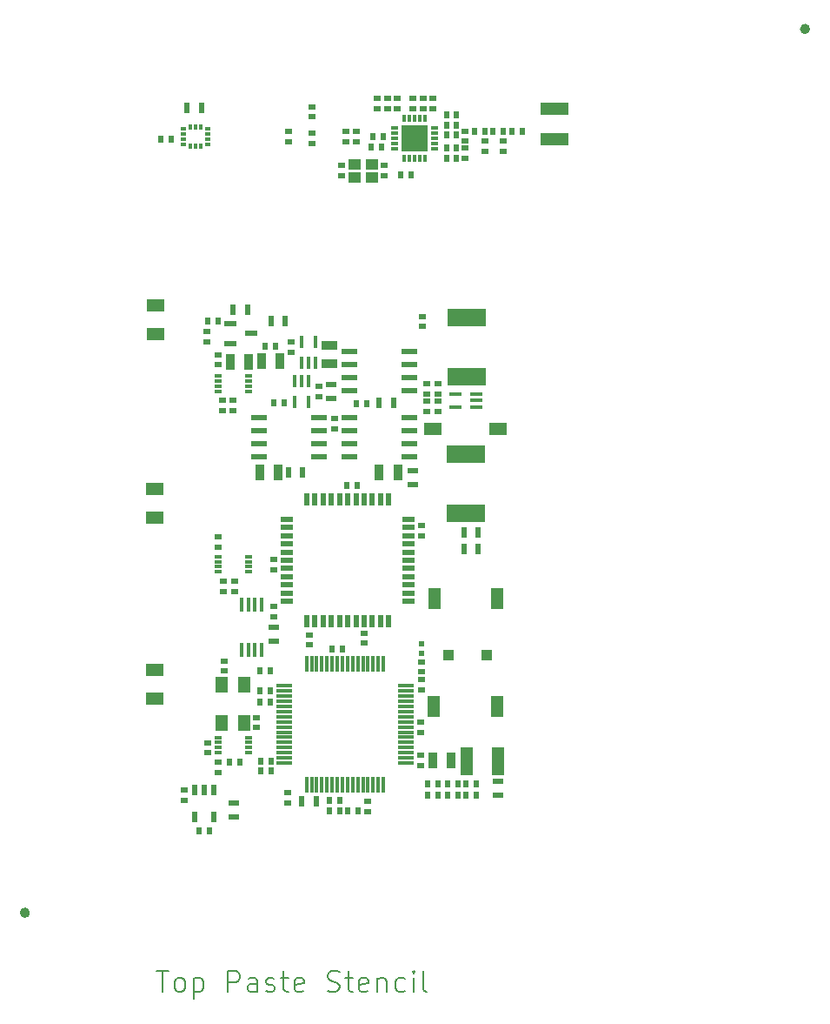
<source format=gbr>
%TF.GenerationSoftware,KiCad,Pcbnew,8.0.2*%
%TF.CreationDate,2024-10-13T20:58:57-05:00*%
%TF.ProjectId,PM1C_Rev_1_2,504d3143-5f52-4657-965f-315f322e6b69,1*%
%TF.SameCoordinates,PX297003ePY8770cd2*%
%TF.FileFunction,Paste,Top*%
%TF.FilePolarity,Positive*%
%FSLAX46Y46*%
G04 Gerber Fmt 4.6, Leading zero omitted, Abs format (unit mm)*
G04 Created by KiCad (PCBNEW 8.0.2) date 2024-10-13 20:58:57*
%MOMM*%
%LPD*%
G01*
G04 APERTURE LIST*
%ADD10C,0.200000*%
%ADD11C,0.500000*%
%ADD12R,0.750000X0.500000*%
%ADD13R,0.400000X1.150000*%
%ADD14R,0.300000X1.500000*%
%ADD15R,1.500000X0.300000*%
%ADD16R,0.500000X0.750000*%
%ADD17R,1.000000X0.600000*%
%ADD18R,0.950000X1.550000*%
%ADD19R,0.600000X1.000000*%
%ADD20R,1.800000X1.200000*%
%ADD21R,1.150000X0.400000*%
%ADD22R,1.150000X2.700000*%
%ADD23R,1.250000X1.600000*%
%ADD24R,0.750000X0.300000*%
%ADD25R,2.700000X1.150000*%
%ADD26R,1.500000X0.600000*%
%ADD27R,3.800000X1.700000*%
%ADD28R,1.200000X1.000000*%
%ADD29R,1.550000X0.950000*%
%ADD30R,0.730000X0.300000*%
%ADD31R,0.300000X0.730000*%
%ADD32R,2.500000X2.500000*%
%ADD33R,1.200000X0.500000*%
%ADD34R,0.500000X1.200000*%
%ADD35R,1.150000X2.100000*%
%ADD36R,0.600000X0.500000*%
%ADD37R,1.300000X0.600000*%
%ADD38R,1.100000X1.100000*%
%ADD39R,0.533400X0.304800*%
%ADD40R,0.304800X0.533400*%
%ADD41R,0.450000X1.400000*%
G04 APERTURE END LIST*
D10*
X16836654Y-1695138D02*
X17979511Y-1695138D01*
X17408082Y-3695138D02*
X17408082Y-1695138D01*
X18931892Y-3695138D02*
X18741416Y-3599900D01*
X18741416Y-3599900D02*
X18646178Y-3504661D01*
X18646178Y-3504661D02*
X18550940Y-3314185D01*
X18550940Y-3314185D02*
X18550940Y-2742757D01*
X18550940Y-2742757D02*
X18646178Y-2552280D01*
X18646178Y-2552280D02*
X18741416Y-2457042D01*
X18741416Y-2457042D02*
X18931892Y-2361804D01*
X18931892Y-2361804D02*
X19217607Y-2361804D01*
X19217607Y-2361804D02*
X19408083Y-2457042D01*
X19408083Y-2457042D02*
X19503321Y-2552280D01*
X19503321Y-2552280D02*
X19598559Y-2742757D01*
X19598559Y-2742757D02*
X19598559Y-3314185D01*
X19598559Y-3314185D02*
X19503321Y-3504661D01*
X19503321Y-3504661D02*
X19408083Y-3599900D01*
X19408083Y-3599900D02*
X19217607Y-3695138D01*
X19217607Y-3695138D02*
X18931892Y-3695138D01*
X20455702Y-2361804D02*
X20455702Y-4361804D01*
X20455702Y-2457042D02*
X20646178Y-2361804D01*
X20646178Y-2361804D02*
X21027131Y-2361804D01*
X21027131Y-2361804D02*
X21217607Y-2457042D01*
X21217607Y-2457042D02*
X21312845Y-2552280D01*
X21312845Y-2552280D02*
X21408083Y-2742757D01*
X21408083Y-2742757D02*
X21408083Y-3314185D01*
X21408083Y-3314185D02*
X21312845Y-3504661D01*
X21312845Y-3504661D02*
X21217607Y-3599900D01*
X21217607Y-3599900D02*
X21027131Y-3695138D01*
X21027131Y-3695138D02*
X20646178Y-3695138D01*
X20646178Y-3695138D02*
X20455702Y-3599900D01*
X23789036Y-3695138D02*
X23789036Y-1695138D01*
X23789036Y-1695138D02*
X24550941Y-1695138D01*
X24550941Y-1695138D02*
X24741417Y-1790376D01*
X24741417Y-1790376D02*
X24836655Y-1885614D01*
X24836655Y-1885614D02*
X24931893Y-2076090D01*
X24931893Y-2076090D02*
X24931893Y-2361804D01*
X24931893Y-2361804D02*
X24836655Y-2552280D01*
X24836655Y-2552280D02*
X24741417Y-2647519D01*
X24741417Y-2647519D02*
X24550941Y-2742757D01*
X24550941Y-2742757D02*
X23789036Y-2742757D01*
X26646179Y-3695138D02*
X26646179Y-2647519D01*
X26646179Y-2647519D02*
X26550941Y-2457042D01*
X26550941Y-2457042D02*
X26360465Y-2361804D01*
X26360465Y-2361804D02*
X25979512Y-2361804D01*
X25979512Y-2361804D02*
X25789036Y-2457042D01*
X26646179Y-3599900D02*
X26455703Y-3695138D01*
X26455703Y-3695138D02*
X25979512Y-3695138D01*
X25979512Y-3695138D02*
X25789036Y-3599900D01*
X25789036Y-3599900D02*
X25693798Y-3409423D01*
X25693798Y-3409423D02*
X25693798Y-3218947D01*
X25693798Y-3218947D02*
X25789036Y-3028471D01*
X25789036Y-3028471D02*
X25979512Y-2933233D01*
X25979512Y-2933233D02*
X26455703Y-2933233D01*
X26455703Y-2933233D02*
X26646179Y-2837995D01*
X27503322Y-3599900D02*
X27693798Y-3695138D01*
X27693798Y-3695138D02*
X28074750Y-3695138D01*
X28074750Y-3695138D02*
X28265227Y-3599900D01*
X28265227Y-3599900D02*
X28360465Y-3409423D01*
X28360465Y-3409423D02*
X28360465Y-3314185D01*
X28360465Y-3314185D02*
X28265227Y-3123709D01*
X28265227Y-3123709D02*
X28074750Y-3028471D01*
X28074750Y-3028471D02*
X27789036Y-3028471D01*
X27789036Y-3028471D02*
X27598560Y-2933233D01*
X27598560Y-2933233D02*
X27503322Y-2742757D01*
X27503322Y-2742757D02*
X27503322Y-2647519D01*
X27503322Y-2647519D02*
X27598560Y-2457042D01*
X27598560Y-2457042D02*
X27789036Y-2361804D01*
X27789036Y-2361804D02*
X28074750Y-2361804D01*
X28074750Y-2361804D02*
X28265227Y-2457042D01*
X28931894Y-2361804D02*
X29693798Y-2361804D01*
X29217608Y-1695138D02*
X29217608Y-3409423D01*
X29217608Y-3409423D02*
X29312846Y-3599900D01*
X29312846Y-3599900D02*
X29503322Y-3695138D01*
X29503322Y-3695138D02*
X29693798Y-3695138D01*
X31122370Y-3599900D02*
X30931894Y-3695138D01*
X30931894Y-3695138D02*
X30550941Y-3695138D01*
X30550941Y-3695138D02*
X30360465Y-3599900D01*
X30360465Y-3599900D02*
X30265227Y-3409423D01*
X30265227Y-3409423D02*
X30265227Y-2647519D01*
X30265227Y-2647519D02*
X30360465Y-2457042D01*
X30360465Y-2457042D02*
X30550941Y-2361804D01*
X30550941Y-2361804D02*
X30931894Y-2361804D01*
X30931894Y-2361804D02*
X31122370Y-2457042D01*
X31122370Y-2457042D02*
X31217608Y-2647519D01*
X31217608Y-2647519D02*
X31217608Y-2837995D01*
X31217608Y-2837995D02*
X30265227Y-3028471D01*
X33503323Y-3599900D02*
X33789037Y-3695138D01*
X33789037Y-3695138D02*
X34265228Y-3695138D01*
X34265228Y-3695138D02*
X34455704Y-3599900D01*
X34455704Y-3599900D02*
X34550942Y-3504661D01*
X34550942Y-3504661D02*
X34646180Y-3314185D01*
X34646180Y-3314185D02*
X34646180Y-3123709D01*
X34646180Y-3123709D02*
X34550942Y-2933233D01*
X34550942Y-2933233D02*
X34455704Y-2837995D01*
X34455704Y-2837995D02*
X34265228Y-2742757D01*
X34265228Y-2742757D02*
X33884275Y-2647519D01*
X33884275Y-2647519D02*
X33693799Y-2552280D01*
X33693799Y-2552280D02*
X33598561Y-2457042D01*
X33598561Y-2457042D02*
X33503323Y-2266566D01*
X33503323Y-2266566D02*
X33503323Y-2076090D01*
X33503323Y-2076090D02*
X33598561Y-1885614D01*
X33598561Y-1885614D02*
X33693799Y-1790376D01*
X33693799Y-1790376D02*
X33884275Y-1695138D01*
X33884275Y-1695138D02*
X34360466Y-1695138D01*
X34360466Y-1695138D02*
X34646180Y-1790376D01*
X35217609Y-2361804D02*
X35979513Y-2361804D01*
X35503323Y-1695138D02*
X35503323Y-3409423D01*
X35503323Y-3409423D02*
X35598561Y-3599900D01*
X35598561Y-3599900D02*
X35789037Y-3695138D01*
X35789037Y-3695138D02*
X35979513Y-3695138D01*
X37408085Y-3599900D02*
X37217609Y-3695138D01*
X37217609Y-3695138D02*
X36836656Y-3695138D01*
X36836656Y-3695138D02*
X36646180Y-3599900D01*
X36646180Y-3599900D02*
X36550942Y-3409423D01*
X36550942Y-3409423D02*
X36550942Y-2647519D01*
X36550942Y-2647519D02*
X36646180Y-2457042D01*
X36646180Y-2457042D02*
X36836656Y-2361804D01*
X36836656Y-2361804D02*
X37217609Y-2361804D01*
X37217609Y-2361804D02*
X37408085Y-2457042D01*
X37408085Y-2457042D02*
X37503323Y-2647519D01*
X37503323Y-2647519D02*
X37503323Y-2837995D01*
X37503323Y-2837995D02*
X36550942Y-3028471D01*
X38360466Y-2361804D02*
X38360466Y-3695138D01*
X38360466Y-2552280D02*
X38455704Y-2457042D01*
X38455704Y-2457042D02*
X38646180Y-2361804D01*
X38646180Y-2361804D02*
X38931895Y-2361804D01*
X38931895Y-2361804D02*
X39122371Y-2457042D01*
X39122371Y-2457042D02*
X39217609Y-2647519D01*
X39217609Y-2647519D02*
X39217609Y-3695138D01*
X41027133Y-3599900D02*
X40836657Y-3695138D01*
X40836657Y-3695138D02*
X40455704Y-3695138D01*
X40455704Y-3695138D02*
X40265228Y-3599900D01*
X40265228Y-3599900D02*
X40169990Y-3504661D01*
X40169990Y-3504661D02*
X40074752Y-3314185D01*
X40074752Y-3314185D02*
X40074752Y-2742757D01*
X40074752Y-2742757D02*
X40169990Y-2552280D01*
X40169990Y-2552280D02*
X40265228Y-2457042D01*
X40265228Y-2457042D02*
X40455704Y-2361804D01*
X40455704Y-2361804D02*
X40836657Y-2361804D01*
X40836657Y-2361804D02*
X41027133Y-2457042D01*
X41884276Y-3695138D02*
X41884276Y-2361804D01*
X41884276Y-1695138D02*
X41789038Y-1790376D01*
X41789038Y-1790376D02*
X41884276Y-1885614D01*
X41884276Y-1885614D02*
X41979514Y-1790376D01*
X41979514Y-1790376D02*
X41884276Y-1695138D01*
X41884276Y-1695138D02*
X41884276Y-1885614D01*
X43122371Y-3695138D02*
X42931895Y-3599900D01*
X42931895Y-3599900D02*
X42836657Y-3409423D01*
X42836657Y-3409423D02*
X42836657Y-1695138D01*
%TO.C,FID17*%
D11*
X4249590Y3991530D02*
G75*
G02*
X3749590Y3991530I-250000J0D01*
G01*
X3749590Y3991530D02*
G75*
G02*
X4249590Y3991530I250000J0D01*
G01*
%TO.C,FID8*%
X80249600Y89991540D02*
G75*
G02*
X79749600Y89991540I-250000J0D01*
G01*
X79749600Y89991540D02*
G75*
G02*
X80249600Y89991540I250000J0D01*
G01*
%TD*%
D12*
%TO.C,C97*%
X37427200Y14800350D03*
X37427200Y13800350D03*
%TD*%
D13*
%TO.C,U12*%
X31618160Y55715350D03*
X30968160Y55715350D03*
X30318160Y55715350D03*
X30318160Y53665350D03*
X31618160Y53665350D03*
%TD*%
D12*
%TO.C,C39*%
X34827200Y75690350D03*
X34827200Y76690350D03*
%TD*%
%TO.C,R85*%
X19502200Y14900350D03*
X19502200Y15900350D03*
%TD*%
%TO.C,FB4*%
X36247130Y79990190D03*
X36247130Y78990190D03*
%TD*%
D14*
%TO.C,U46*%
X31427200Y16415350D03*
X31927200Y16415350D03*
X32427200Y16415350D03*
X32927200Y16415350D03*
X33427200Y16415350D03*
X33927200Y16415350D03*
X34427200Y16415350D03*
X34927200Y16415350D03*
X35427200Y16415350D03*
X35927200Y16415350D03*
X36427200Y16415350D03*
X36927200Y16415350D03*
X37427200Y16415350D03*
X37927200Y16415350D03*
X38427200Y16415350D03*
X38927200Y16415350D03*
D15*
X41077200Y18565350D03*
X41077200Y19065350D03*
X41077200Y19565350D03*
X41077200Y20065350D03*
X41077200Y20565350D03*
X41077200Y21065350D03*
X41077200Y21565350D03*
X41077200Y22065350D03*
X41077200Y22565350D03*
X41077200Y23065350D03*
X41077200Y23565350D03*
X41077200Y24065350D03*
X41077200Y24565350D03*
X41077200Y25065350D03*
X41077200Y25565350D03*
X41077200Y26065350D03*
D14*
X38927200Y28215350D03*
X38427200Y28215350D03*
X37927200Y28215350D03*
X37427200Y28215350D03*
X36927200Y28215350D03*
X36427200Y28215350D03*
X35927200Y28215350D03*
X35427200Y28215350D03*
X34927200Y28215350D03*
X34427200Y28215350D03*
X33927200Y28215350D03*
X33427200Y28215350D03*
X32927200Y28215350D03*
X32427200Y28215350D03*
X31927200Y28215350D03*
X31427200Y28215350D03*
D15*
X29277200Y26065350D03*
X29277200Y25565350D03*
X29277200Y25065350D03*
X29277200Y24565350D03*
X29277200Y24065350D03*
X29277200Y23565350D03*
X29277200Y23065350D03*
X29277200Y22565350D03*
X29277200Y22065350D03*
X29277200Y21565350D03*
X29277200Y21065350D03*
X29277200Y20565350D03*
X29277200Y20065350D03*
X29277200Y19565350D03*
X29277200Y19065350D03*
X29277200Y18565350D03*
%TD*%
D16*
%TO.C,C28*%
X45052200Y77425350D03*
X46052200Y77425350D03*
%TD*%
%TO.C,C12*%
X35352210Y45540350D03*
X36352210Y45540350D03*
%TD*%
D12*
%TO.C,C21*%
X21754570Y59569794D03*
X21754570Y60569794D03*
%TD*%
D17*
%TO.C,C8*%
X28277200Y31790350D03*
X28277200Y30390350D03*
%TD*%
D18*
%TO.C,R25*%
X23984570Y57574794D03*
X25784570Y57574794D03*
%TD*%
D12*
%TO.C,FB1*%
X40302200Y83265350D03*
X40302200Y82265350D03*
%TD*%
D19*
%TO.C,R20*%
X27975070Y61540350D03*
X29375070Y61540350D03*
%TD*%
D16*
%TO.C,L5*%
X45052200Y78440350D03*
X46052200Y78440350D03*
%TD*%
%TO.C,C35*%
X38756418Y78537277D03*
X37756418Y78537277D03*
%TD*%
D20*
%TO.C,F2*%
X16739570Y60319794D03*
X16739570Y63119794D03*
%TD*%
D21*
%TO.C,U47*%
X47977200Y53190350D03*
X47977200Y53840350D03*
X47977200Y54490350D03*
X45927200Y54490350D03*
X45927200Y53190350D03*
%TD*%
D16*
%TO.C,C37*%
X41645000Y75840000D03*
X40645000Y75840000D03*
%TD*%
%TO.C,R112*%
X26969570Y17779794D03*
X27969570Y17779794D03*
%TD*%
D12*
%TO.C,C9*%
X42652210Y40690350D03*
X42652210Y41690350D03*
%TD*%
%TO.C,R120*%
X22834570Y58309794D03*
X22834570Y57309794D03*
%TD*%
%TO.C,R103*%
X29577200Y15659840D03*
X29577200Y14659840D03*
%TD*%
D22*
%TO.C,C44*%
X50052190Y18739950D03*
X47052200Y18739950D03*
%TD*%
D12*
%TO.C,C18*%
X32668160Y54190350D03*
X32668160Y55190350D03*
%TD*%
D19*
%TO.C,R16*%
X48154200Y41040350D03*
X46754200Y41040350D03*
%TD*%
D12*
%TO.C,R28*%
X42777200Y82240350D03*
X42777200Y83240350D03*
%TD*%
D23*
%TO.C,Y2*%
X25352200Y22490350D03*
X25352200Y26190350D03*
X23152200Y26190350D03*
X23152200Y22490350D03*
%TD*%
D24*
%TO.C,U49*%
X25827200Y37163350D03*
X25827200Y37663350D03*
X25827200Y38163350D03*
X25827200Y38663350D03*
X22827200Y38663350D03*
X22827200Y38163350D03*
X22827200Y37663350D03*
X22827200Y37163350D03*
%TD*%
D12*
%TO.C,C98*%
X23349570Y36259794D03*
X23349570Y35259794D03*
%TD*%
D25*
%TO.C,C25*%
X55577200Y79240360D03*
X55577200Y82240350D03*
%TD*%
D12*
%TO.C,C10*%
X37052200Y31215350D03*
X37052200Y30215350D03*
%TD*%
%TO.C,R102*%
X44252200Y53790350D03*
X44252200Y52790350D03*
%TD*%
D16*
%TO.C,C27*%
X51477200Y80065350D03*
X52477200Y80065350D03*
%TD*%
D12*
%TO.C,C96*%
X23259570Y53854794D03*
X23259570Y52854794D03*
%TD*%
D16*
%TO.C,C7*%
X18277200Y79240350D03*
X17277200Y79240350D03*
%TD*%
D12*
%TO.C,C26*%
X43760180Y82240350D03*
X43760180Y83240350D03*
%TD*%
D16*
%TO.C,C88*%
X34652200Y14915350D03*
X33652200Y14915350D03*
%TD*%
D12*
%TO.C,R101*%
X44252200Y55490350D03*
X44252200Y54490350D03*
%TD*%
D18*
%TO.C,C17*%
X28677200Y46840350D03*
X26877200Y46840350D03*
%TD*%
D19*
%TO.C,C92*%
X30977200Y14809840D03*
X32377200Y14809840D03*
%TD*%
D26*
%TO.C,U10*%
X32611510Y48385350D03*
X32611510Y49655350D03*
X32611510Y50925350D03*
X32611510Y52195350D03*
X26811510Y52195350D03*
X26811510Y50925350D03*
X26811510Y49655350D03*
X26811510Y48385350D03*
%TD*%
D27*
%TO.C,L8*%
X46977200Y48590350D03*
X46977200Y42890350D03*
%TD*%
D24*
%TO.C,U50*%
X25827200Y19561350D03*
X25827200Y20061350D03*
X25827200Y20561350D03*
X25827200Y21061350D03*
X22827200Y21061350D03*
X22827200Y20561350D03*
X22827200Y20061350D03*
X22827200Y19561350D03*
%TD*%
D19*
%TO.C,R24*%
X25677200Y62640350D03*
X24277200Y62640350D03*
%TD*%
D28*
%TO.C,Y1*%
X37777200Y76840350D03*
X36077200Y76840350D03*
X36077200Y75540350D03*
X37777200Y75540350D03*
%TD*%
D29*
%TO.C,R23*%
X33702200Y57390350D03*
X33702200Y59190350D03*
%TD*%
D12*
%TO.C,C89*%
X42527200Y21565360D03*
X42527200Y22565360D03*
%TD*%
%TO.C,R109*%
X42602200Y26665350D03*
X42602200Y25665350D03*
%TD*%
D16*
%TO.C,C29*%
X45055000Y79690000D03*
X46055000Y79690000D03*
%TD*%
D30*
%TO.C,U14*%
X40012200Y80340480D03*
X40012200Y79840480D03*
X40012200Y79340480D03*
X40012200Y78840480D03*
X40012200Y78340480D03*
D31*
X40977200Y77375480D03*
X41477200Y77375480D03*
X41977200Y77375480D03*
X42477200Y77375480D03*
X42977200Y77375480D03*
D30*
X43942200Y78340480D03*
X43942200Y78840480D03*
X43942200Y79340480D03*
X43942200Y79840480D03*
X43942200Y80340480D03*
D31*
X42977200Y81305480D03*
X42477200Y81305480D03*
X41977200Y81305480D03*
X41477200Y81305480D03*
X40977200Y81305480D03*
D32*
X41977200Y79340480D03*
%TD*%
D26*
%TO.C,U8*%
X41427200Y48380350D03*
X41427200Y49650350D03*
X41427200Y50920350D03*
X41427200Y52190350D03*
X35627200Y52190350D03*
X35627200Y50920350D03*
X35627200Y49650350D03*
X35627200Y48380350D03*
%TD*%
D17*
%TO.C,R32*%
X50052200Y16825350D03*
X50052200Y15425350D03*
%TD*%
D16*
%TO.C,R126*%
X47964970Y16499270D03*
X46964970Y16499270D03*
%TD*%
D19*
%TO.C,R37*%
X46752200Y39365350D03*
X48152200Y39365350D03*
%TD*%
D12*
%TO.C,C36*%
X46877200Y78390000D03*
X46877200Y77390000D03*
%TD*%
D16*
%TO.C,C20*%
X22814570Y61609794D03*
X21814570Y61609794D03*
%TD*%
D27*
%TO.C,L9*%
X47052200Y61890350D03*
X47052200Y56190350D03*
%TD*%
D12*
%TO.C,R111*%
X42602200Y27415350D03*
X42602200Y28415350D03*
%TD*%
%TO.C,R123*%
X24464570Y36254794D03*
X24464570Y35254794D03*
%TD*%
D16*
%TO.C,R127*%
X23959570Y18629794D03*
X24959570Y18629794D03*
%TD*%
D12*
%TO.C,C90*%
X43177200Y54490350D03*
X43177200Y55490350D03*
%TD*%
D16*
%TO.C,C15*%
X37317890Y53565360D03*
X36317890Y53565360D03*
%TD*%
D12*
%TO.C,C11*%
X28252200Y37390350D03*
X28252200Y38390350D03*
%TD*%
%TO.C,C91*%
X26580000Y22005000D03*
X26580000Y23005000D03*
%TD*%
D16*
%TO.C,C19*%
X28277200Y53640350D03*
X29277200Y53640350D03*
%TD*%
D12*
%TO.C,C23*%
X31993160Y82440350D03*
X31993160Y81440350D03*
%TD*%
D17*
%TO.C,R22*%
X33818160Y55415350D03*
X33818160Y54015350D03*
%TD*%
D16*
%TO.C,C22*%
X27427200Y59140350D03*
X28427200Y59140350D03*
%TD*%
D12*
%TO.C,R15*%
X28277200Y33790350D03*
X28277200Y32790350D03*
%TD*%
%TO.C,R17*%
X31702200Y31040350D03*
X31702200Y30040350D03*
%TD*%
%TO.C,C87*%
X23377200Y27507030D03*
X23377200Y28507030D03*
%TD*%
D16*
%TO.C,L3*%
X47777200Y80065350D03*
X48777200Y80065350D03*
%TD*%
D18*
%TO.C,R26*%
X27027200Y57715350D03*
X28827200Y57715350D03*
%TD*%
D12*
%TO.C,R105*%
X43177200Y52790350D03*
X43177200Y53790350D03*
%TD*%
D33*
%TO.C,U7*%
X41352210Y34290350D03*
X41352210Y35090350D03*
X41352210Y35890350D03*
X41352210Y36690350D03*
X41352210Y37490350D03*
X41352210Y38290350D03*
X41352210Y39090350D03*
X41352210Y39890350D03*
X41352210Y40690350D03*
X41352210Y41490350D03*
X41352210Y42290350D03*
D34*
X39452120Y44190430D03*
X38652120Y44190430D03*
X37852120Y44190430D03*
X37052120Y44190430D03*
X36252120Y44190430D03*
X35452120Y44190430D03*
X34652120Y44190430D03*
X33852120Y44190430D03*
X33052120Y44190430D03*
X32252120Y44190430D03*
X31452120Y44190430D03*
D33*
X29552200Y42290350D03*
X29552200Y41490350D03*
X29552200Y40690350D03*
X29552200Y39890350D03*
X29552200Y39090350D03*
X29552200Y38290350D03*
X29552200Y37490350D03*
X29552200Y36690350D03*
X29552200Y35890350D03*
X29552200Y35090350D03*
X29552200Y34290350D03*
D34*
X31452120Y32390430D03*
X32252120Y32390430D03*
X33052120Y32390430D03*
X33852120Y32390430D03*
X34652120Y32390430D03*
X35452120Y32390430D03*
X36252120Y32390430D03*
X37052120Y32390430D03*
X37852120Y32390430D03*
X38652120Y32390430D03*
X39452120Y32390430D03*
%TD*%
D12*
%TO.C,C32*%
X46877200Y79065350D03*
X46877200Y80065350D03*
%TD*%
D35*
%TO.C,L7*%
X50027200Y34590350D03*
X43877200Y34590350D03*
%TD*%
D36*
%TO.C,LED1*%
X42602200Y30165350D03*
X42602200Y29265350D03*
%TD*%
D16*
%TO.C,R114*%
X26902200Y27540350D03*
X27902200Y27540350D03*
%TD*%
D12*
%TO.C,C100*%
X22827200Y18636350D03*
X22827200Y17636350D03*
%TD*%
D17*
%TO.C,C77*%
X24377200Y13300350D03*
X24377200Y14700350D03*
%TD*%
D37*
%TO.C,U13*%
X23977200Y61315350D03*
X23977200Y59415350D03*
X26007200Y60365350D03*
%TD*%
D12*
%TO.C,R128*%
X21809570Y19539794D03*
X21809570Y20539794D03*
%TD*%
D18*
%TO.C,R100*%
X45502200Y18815350D03*
X43702200Y18815350D03*
%TD*%
D16*
%TO.C,R121*%
X35477200Y13900350D03*
X36477200Y13900350D03*
%TD*%
D19*
%TO.C,R14*%
X21177200Y82304700D03*
X19777200Y82304700D03*
%TD*%
D16*
%TO.C,L2*%
X45052200Y80640350D03*
X46052200Y80640350D03*
%TD*%
%TO.C,C101*%
X43242200Y16500340D03*
X44242200Y16500340D03*
%TD*%
%TO.C,R125*%
X46189970Y15424270D03*
X45189970Y15424270D03*
%TD*%
D12*
%TO.C,FB2*%
X39302200Y83265350D03*
X39302200Y82265350D03*
%TD*%
%TO.C,C31*%
X48777200Y79067420D03*
X48777200Y78067420D03*
%TD*%
%TO.C,R119*%
X24254570Y53854794D03*
X24254570Y52854794D03*
%TD*%
D38*
%TO.C,D2*%
X45252200Y29040350D03*
X48952200Y29040350D03*
%TD*%
D19*
%TO.C,R19*%
X39917890Y53590350D03*
X38517890Y53590350D03*
%TD*%
D16*
%TO.C,C85*%
X33927200Y29615350D03*
X34927200Y29615350D03*
%TD*%
D35*
%TO.C,L6*%
X43864930Y24079040D03*
X50014930Y24079040D03*
%TD*%
D16*
%TO.C,C95*%
X27919570Y25579794D03*
X26919570Y25579794D03*
%TD*%
D18*
%TO.C,C13*%
X38517890Y46860350D03*
X40317890Y46860350D03*
%TD*%
D12*
%TO.C,L1*%
X29695000Y78990350D03*
X29695000Y79990350D03*
%TD*%
%TO.C,C38*%
X39027200Y76690350D03*
X39027200Y75690350D03*
%TD*%
%TO.C,C16*%
X29927200Y59565350D03*
X29927200Y58565350D03*
%TD*%
D39*
%TO.C,U5*%
X21800700Y78764699D03*
X21800700Y79264700D03*
X21800700Y79764700D03*
X21800700Y80264701D03*
D40*
X21119599Y80441800D03*
X20619600Y80441800D03*
X20119601Y80441800D03*
D39*
X19438500Y80264701D03*
X19438500Y79764700D03*
X19438500Y79264700D03*
X19438500Y78764699D03*
D40*
X20119601Y78587600D03*
X20619600Y78587600D03*
X21119599Y78587600D03*
%TD*%
D26*
%TO.C,U9*%
X41427200Y54835350D03*
X41427200Y56105350D03*
X41427200Y57375350D03*
X41427200Y58645350D03*
X35627200Y58645350D03*
X35627200Y57375350D03*
X35627200Y56105350D03*
X35627200Y54835350D03*
%TD*%
D12*
%TO.C,FB3*%
X38302200Y83265350D03*
X38302200Y82265350D03*
%TD*%
D20*
%TO.C,SW1*%
X43701080Y51115270D03*
X50101080Y51115270D03*
%TD*%
D16*
%TO.C,R129*%
X46189970Y16499270D03*
X45189970Y16499270D03*
%TD*%
D12*
%TO.C,C30*%
X50602200Y79067420D03*
X50602200Y78067420D03*
%TD*%
D19*
%TO.C,U38*%
X22427200Y15900350D03*
X21477200Y15900350D03*
X20527200Y15900350D03*
X20527200Y13300350D03*
X22427200Y13300350D03*
%TD*%
D16*
%TO.C,C99*%
X43242300Y15450350D03*
X44242300Y15450350D03*
%TD*%
%TO.C,R118*%
X33652200Y13900350D03*
X34652200Y13900350D03*
%TD*%
%TO.C,R122*%
X47964970Y15424270D03*
X46964970Y15424270D03*
%TD*%
D12*
%TO.C,FB5*%
X35247130Y79990190D03*
X35247130Y78990190D03*
%TD*%
D20*
%TO.C,F3*%
X16627200Y42459840D03*
X16627200Y45259840D03*
%TD*%
D12*
%TO.C,C14*%
X34202200Y52060350D03*
X34202200Y51060350D03*
%TD*%
D16*
%TO.C,L4*%
X49602200Y80065350D03*
X50602200Y80065350D03*
%TD*%
D12*
%TO.C,C94*%
X42527200Y18315350D03*
X42527200Y19315350D03*
%TD*%
D16*
%TO.C,C86*%
X27919570Y24469794D03*
X26919570Y24469794D03*
%TD*%
D12*
%TO.C,C24*%
X41777200Y82240350D03*
X41777200Y83240350D03*
%TD*%
D41*
%TO.C,U6*%
X27052210Y33990350D03*
X26402200Y33990350D03*
X25752210Y33990350D03*
X25102200Y33990350D03*
X25102200Y29590350D03*
X25752210Y29590350D03*
X26402200Y29590350D03*
X27052210Y29590350D03*
%TD*%
D12*
%TO.C,R27*%
X31993160Y78829700D03*
X31993160Y79829700D03*
%TD*%
D16*
%TO.C,C33*%
X38906991Y79515450D03*
X37906991Y79515450D03*
%TD*%
D24*
%TO.C,U48*%
X25827200Y54740350D03*
X25827200Y55240350D03*
X25827200Y55740350D03*
X25827200Y56240350D03*
X22827200Y56240350D03*
X22827200Y55740350D03*
X22827200Y55240350D03*
X22827200Y54740350D03*
%TD*%
D13*
%TO.C,U11*%
X30977200Y57515350D03*
X31627200Y57515350D03*
X32277200Y57515350D03*
X32277200Y59565350D03*
X30977200Y59565350D03*
%TD*%
D17*
%TO.C,R18*%
X41777200Y47015350D03*
X41777200Y45615350D03*
%TD*%
D16*
%TO.C,C93*%
X27979570Y18759794D03*
X26979570Y18759794D03*
%TD*%
D12*
%TO.C,R124*%
X22827200Y40538350D03*
X22827200Y39538350D03*
%TD*%
D20*
%TO.C,F4*%
X16627200Y24809840D03*
X16627200Y27609840D03*
%TD*%
D12*
%TO.C,C59*%
X42725730Y61024840D03*
X42725730Y62024840D03*
%TD*%
D19*
%TO.C,R21*%
X31077200Y46840350D03*
X29677200Y46840350D03*
%TD*%
D16*
%TO.C,R86*%
X21977200Y12000350D03*
X20977200Y12000350D03*
%TD*%
%TO.C,C34*%
X45052200Y81640350D03*
X46052200Y81640350D03*
%TD*%
M02*

</source>
